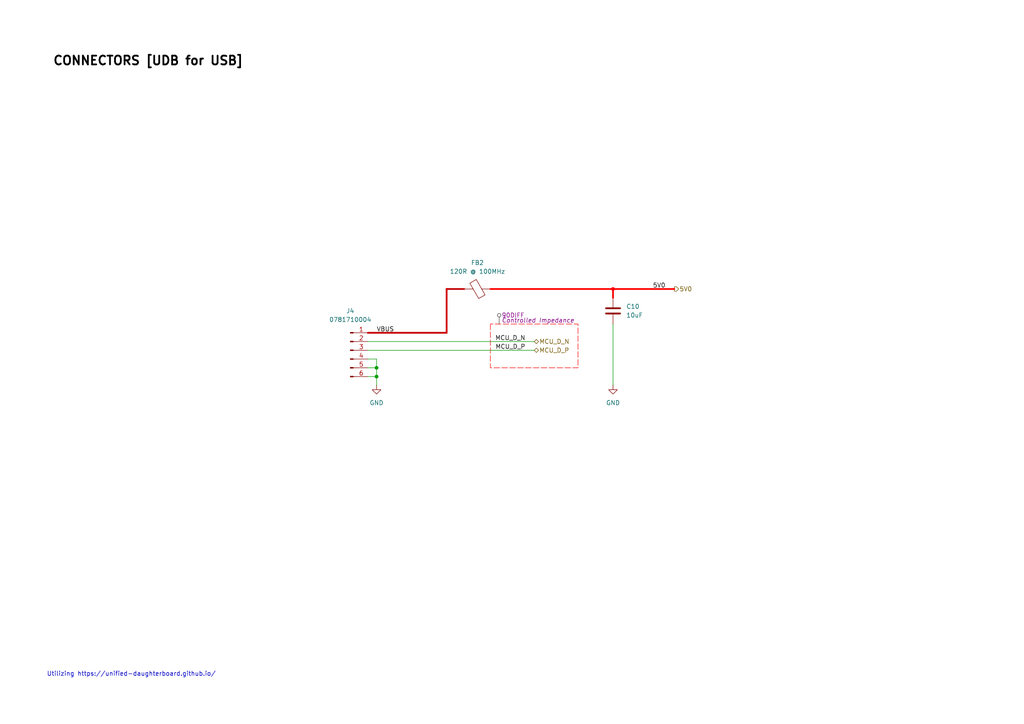
<source format=kicad_sch>
(kicad_sch (version 20250114) (generator "eeschema") (generator_version "9.0")
  (paper "A4")
  (title_block (title "ALANA-KB PCB") (date "2026-01-11") (rev "A") (company "ASE, ASW, AMB"))
  (lib_symbols
    (symbol "Connector:Conn_01x06_Pin" (pin_names (offset 1.016) (hide yes))
      (property "Reference" "J" (at 0 7.62 0))
      (property "Value" "Conn_01x06_Pin" (at 0 -10.16 0))
      (symbol "Conn_01x06_Pin_1_1"
        (rectangle (start 0.8636 5.207) (end 0 4.953) (stroke (width 0.1524)) (fill (type outline)))
        (rectangle (start 0.8636 2.667) (end 0 2.413) (stroke (width 0.1524)) (fill (type outline)))
        (rectangle (start 0.8636 0.127) (end 0 -0.127) (stroke (width 0.1524)) (fill (type outline)))
        (rectangle (start 0.8636 -2.413) (end 0 -2.667) (stroke (width 0.1524)) (fill (type outline)))
        (rectangle (start 0.8636 -4.953) (end 0 -5.207) (stroke (width 0.1524)) (fill (type outline)))
        (rectangle (start 0.8636 -7.493) (end 0 -7.747) (stroke (width 0.1524)) (fill (type outline)))
        (polyline (pts (xy 1.27 5.08) (xy 0.8636 5.08)) (stroke (width 0.1524)))
        (polyline (pts (xy 1.27 2.54) (xy 0.8636 2.54)) (stroke (width 0.1524)))
        (polyline (pts (xy 1.27 0) (xy 0.8636 0)) (stroke (width 0.1524)))
        (polyline (pts (xy 1.27 -2.54) (xy 0.8636 -2.54)) (stroke (width 0.1524)))
        (polyline (pts (xy 1.27 -5.08) (xy 0.8636 -5.08)) (stroke (width 0.1524)))
        (polyline (pts (xy 1.27 -7.62) (xy 0.8636 -7.62)) (stroke (width 0.1524)))
        (pin passive line (at 5.08 5.08 180) (length 3.81) (name "Pin_1") (number "1"))
        (pin passive line (at 5.08 2.54 180) (length 3.81) (name "Pin_2") (number "2"))
        (pin passive line (at 5.08 0 180) (length 3.81) (name "Pin_3") (number "3"))
        (pin passive line (at 5.08 -2.54 180) (length 3.81) (name "Pin_4") (number "4"))
        (pin passive line (at 5.08 -5.08 180) (length 3.81) (name "Pin_5") (number "5"))
        (pin passive line (at 5.08 -7.62 180) (length 3.81) (name "Pin_6") (number "6"))
      )
    )
    (symbol "Device:C" (pin_numbers (hide yes)) (pin_names (offset 0.254))
      (property "Reference" "C" (at 0.635 2.54 0))
      (property "Value" "C" (at 0.635 -2.54 0))
      (symbol "C_0_1"
        (polyline (pts (xy -2.032 0.762) (xy 2.032 0.762)) (stroke (width 0.508)))
        (polyline (pts (xy -2.032 -0.762) (xy 2.032 -0.762)) (stroke (width 0.508)))
      )
      (symbol "C_1_1"
        (pin passive line (at 0 3.81 270) (length 2.794) (name "~") (number "1"))
        (pin passive line (at 0 -3.81 90) (length 2.794) (name "~") (number "2"))
      )
    )
    (symbol "Device:FerriteBead" (pin_numbers (hide yes)) (pin_names (offset 0))
      (property "Reference" "FB" (at -3.81 0.635 90))
      (property "Value" "FerriteBead" (at 3.81 0 90))
      (symbol "FerriteBead_0_1"
        (polyline (pts (xy -2.7686 0.4064) (xy -1.7018 2.2606) (xy 2.7686 -0.3048) (xy 1.6764 -2.159) (xy -2.7686 0.4064)))
        (polyline (pts (xy 0 1.27) (xy 0 1.2954)))
        (polyline (pts (xy 0 -1.27) (xy 0 -1.2192)))
      )
      (symbol "FerriteBead_1_1"
        (pin passive line (at 0 3.81 270) (length 2.54) (name "~") (number "1"))
        (pin passive line (at 0 -3.81 90) (length 2.54) (name "~") (number "2"))
      )
    )
    (symbol "power:GND" (power) (pin_numbers (hide yes)) (pin_names (offset 0) (hide yes))
      (property "Value" "GND" (at 0 -3.81 0))
      (symbol "GND_0_1"
        (polyline (pts (xy 0 0) (xy 0 -1.27) (xy 1.27 -1.27) (xy 0 -2.54) (xy -1.27 -1.27) (xy 0 -1.27)))
      )
      (symbol "GND_1_1"
        (pin power_in line (at 0 0 270) (length 0) (name "~") (number "1"))
      )
    )
  )
  (text "Utilizing https://unified-daughterboard.github.io/" (at 38.1 195.58 0) (effects (font (size 1.27 1.27))))
  (text "CONNECTORS [UDB for USB]" (at 15.24 17.78 0) (effects (font (size 2.54 2.54) (thickness 0.508) (bold yes)) (justify left)))
  (junction (at 177.8 83.82) (color 255 0 0 1))
  (junction (at 109.22 109.22))
  (junction (at 109.22 106.68))
  (wire (pts (xy 129.54 83.82) (xy 134.62 83.82)) (stroke (width 0.508) (color 194 0 0 1)))
  (wire (pts (xy 109.22 109.22) (xy 109.22 111.76)))
  (wire (pts (xy 129.54 96.52) (xy 106.68 96.52)) (stroke (width 0.508) (color 194 0 0 1)))
  (wire (pts (xy 109.22 106.68) (xy 106.68 106.68)))
  (wire (pts (xy 177.8 83.82) (xy 177.8 86.36)) (stroke (width 0.508) (color 255 0 0 1)))
  (wire (pts (xy 109.22 104.14) (xy 109.22 106.68)))
  (wire (pts (xy 109.22 109.22) (xy 106.68 109.22)))
  (wire (pts (xy 106.68 101.6) (xy 154.94 101.6)))
  (wire (pts (xy 129.54 83.82) (xy 129.54 96.52)) (stroke (width 0.508) (color 194 0 0 1)))
  (wire (pts (xy 109.22 106.68) (xy 109.22 109.22)))
  (wire (pts (xy 109.22 104.14) (xy 106.68 104.14)))
  (wire (pts (xy 177.8 93.98) (xy 177.8 111.76)))
  (wire (pts (xy 142.24 83.82) (xy 177.8 83.82)) (stroke (width 0.508) (color 255 0 0 1)))
  (wire (pts (xy 177.8 83.82) (xy 195.58 83.82)) (stroke (width 0.508) (color 255 0 0 1)))
  (wire (pts (xy 106.68 99.06) (xy 154.94 99.06)))
  (label "MCU_D_N" (at 152.4 99.06 180))
  (label "VBUS" (at 109.22 96.52 0))
  (label "5V0" (at 193.04 83.82 180))
  (label "MCU_D_P" (at 152.4 101.6 180))
  (hierarchical_label "MCU_D_P" (shape bidirectional) (at 154.94 101.6 0))
  (hierarchical_label "MCU_D_N" (shape bidirectional) (at 154.94 99.06 0))
  (hierarchical_label "5V0" (shape output) (at 195.58 83.82 0))
  (rule_area (polyline (pts (xy 142.24 93.98) (xy 142.24 106.68) (xy 167.64 106.68) (xy 167.64 93.98)) (stroke (width 0) (type dash))))
  (netclass_flag "" (length 2.54) (shape round) (at 144.78 93.98 0) (property "Netclass" "90DIFF" (at 145.4785 91.44 0) (effects (justify left))) (property "Component Class" "Controlled Impedance" (at 145.4785 92.9005 0) (effects (font (italic yes)) (justify left))))
  (symbol (lib_id "power:GND") (at 177.8 111.76 0) (unit 1)
    (property "Reference" "#PWR012" (effects (hide yes)))
    (property "Value" "GND" (at 177.8 116.84 0))
    (property "Description" "Power symbol creates a global label with name \"GND\" , ground" (effects (hide yes)))
  )
  (symbol (lib_id "Connector:Conn_01x06_Pin") (at 101.6 101.6 0) (unit 1)
    (property "Reference" "J4" (at 101.6 90.17 0))
    (property "Value" "0781710004" (at 101.6 92.71 0))
    (property "Footprint" "library:CONN_781710000-SD_04_MOL" (effects (hide yes)))
    (property "Datasheet" "https://www.molex.com/en-us/products/part-detail/781710004?display=pdf" (effects (hide yes)))
    (property "Description" "CONN HEADER SMD 4POS 1.2MM" (effects (hide yes)))
    (property "Manufacturer" "Molex" (effects (hide yes)))
    (property "Manufacturer Product Number" "0781710004" (effects (hide yes)))
  )
  (symbol (lib_id "power:GND") (at 109.22 111.76 0) (unit 1)
    (property "Reference" "#PWR016" (effects (hide yes)))
    (property "Value" "GND" (at 109.22 116.84 0))
    (property "Description" "Power symbol creates a global label with name \"GND\" , ground" (effects (hide yes)))
  )
  (symbol (lib_id "Device:C") (at 177.8 90.17 0) (unit 1)
    (property "Reference" "C10" (at 181.61 88.8999 0) (effects (justify left)))
    (property "Value" "10uF" (at 181.61 91.4399 0) (effects (justify left)))
    (property "Footprint" "Capacitor_SMD:C_0805_2012Metric" (effects (hide yes)))
    (property "Description" "CAP CER 10UF 10V X5R 0805" (effects (hide yes)))
    (property "Manufacturer" "KEMET" (effects (hide yes)))
    (property "Manufacturer Product Number" "C0805C106K8PACTU" (effects (hide yes)))
  )
  (symbol (lib_id "Device:FerriteBead") (at 138.43 83.82 270) (mirror x) (unit 1)
    (property "Reference" "FB2" (at 138.4808 76.2 90))
    (property "Value" "120R @ 100MHz" (at 138.4808 78.74 90))
    (property "Footprint" "Inductor_SMD:L_0805_2012Metric" (effects (hide yes)))
    (property "Description" "FERRITE BEAD 120 OHM 0805 1LN" (effects (hide yes)))
    (property "Manufacturer" "Murata Electronics" (effects (hide yes)))
    (property "Manufacturer Product Number" "BLM21PG121SN1D" (effects (hide yes)))
  )
)
</source>
